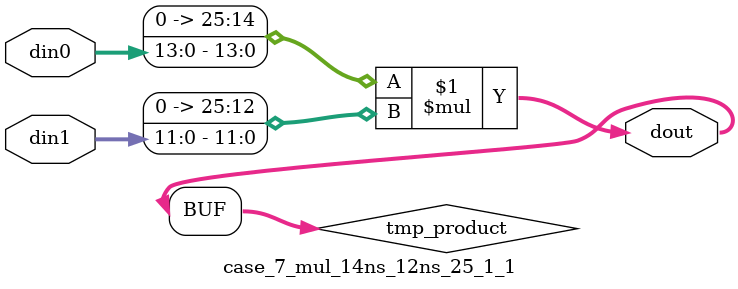
<source format=v>

`timescale 1 ns / 1 ps

 (* use_dsp = "no" *)  module case_7_mul_14ns_12ns_25_1_1(din0, din1, dout);
parameter ID = 1;
parameter NUM_STAGE = 0;
parameter din0_WIDTH = 14;
parameter din1_WIDTH = 12;
parameter dout_WIDTH = 26;

input [din0_WIDTH - 1 : 0] din0; 
input [din1_WIDTH - 1 : 0] din1; 
output [dout_WIDTH - 1 : 0] dout;

wire signed [dout_WIDTH - 1 : 0] tmp_product;
























assign tmp_product = $signed({1'b0, din0}) * $signed({1'b0, din1});











assign dout = tmp_product;





















endmodule

</source>
